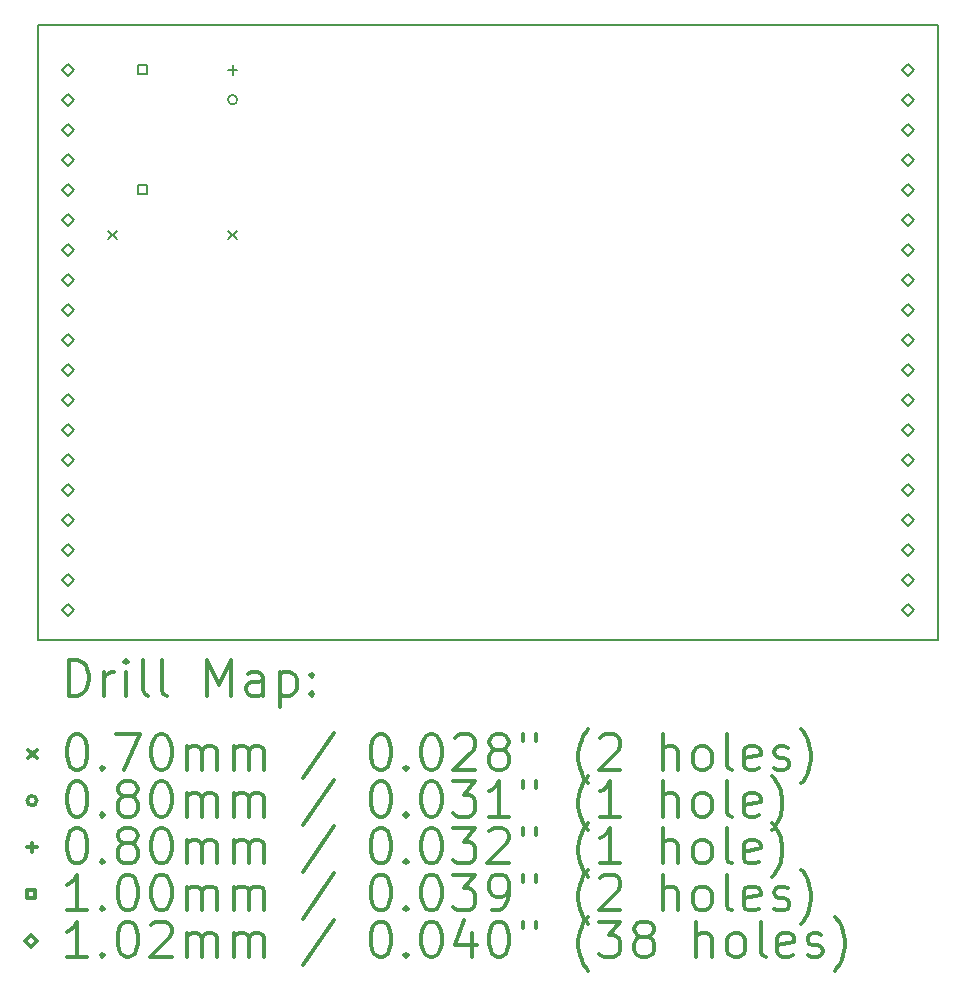
<source format=gbr>
%FSLAX45Y45*%
G04 Gerber Fmt 4.5, Leading zero omitted, Abs format (unit mm)*
G04 Created by KiCad (PCBNEW 4.0.3+e1-6302~38~ubuntu16.04.1-stable) date Thu Aug 25 11:34:15 2016*
%MOMM*%
%LPD*%
G01*
G04 APERTURE LIST*
%ADD10C,0.127000*%
%ADD11C,0.150000*%
%ADD12C,0.200000*%
%ADD13C,0.300000*%
G04 APERTURE END LIST*
D10*
D11*
X20447000Y-15367000D02*
X19177000Y-15367000D01*
X20447000Y-10160000D02*
X20447000Y-15367000D01*
X12827000Y-10160000D02*
X20447000Y-10160000D01*
X19177000Y-15367000D02*
X12827000Y-15367000D01*
X12827000Y-10160000D02*
X12827000Y-15367000D01*
D12*
X13426896Y-11903202D02*
X13497000Y-11973306D01*
X13497000Y-11903202D02*
X13426896Y-11973306D01*
X14442896Y-11903202D02*
X14513000Y-11973306D01*
X14513000Y-11903202D02*
X14442896Y-11973306D01*
X14518000Y-10795000D02*
G75*
G03X14518000Y-10795000I-40000J0D01*
G01*
X14478000Y-10504995D02*
X14478000Y-10585005D01*
X14437995Y-10545000D02*
X14518005Y-10545000D01*
X13751382Y-10576383D02*
X13751382Y-10505618D01*
X13680617Y-10505618D01*
X13680617Y-10576383D01*
X13751382Y-10576383D01*
X13751382Y-11592382D02*
X13751382Y-11521617D01*
X13680617Y-11521617D01*
X13680617Y-11592382D01*
X13751382Y-11592382D01*
X13081000Y-10591800D02*
X13131800Y-10541000D01*
X13081000Y-10490200D01*
X13030200Y-10541000D01*
X13081000Y-10591800D01*
X13081000Y-10845800D02*
X13131800Y-10795000D01*
X13081000Y-10744200D01*
X13030200Y-10795000D01*
X13081000Y-10845800D01*
X13081000Y-11099800D02*
X13131800Y-11049000D01*
X13081000Y-10998200D01*
X13030200Y-11049000D01*
X13081000Y-11099800D01*
X13081000Y-11353800D02*
X13131800Y-11303000D01*
X13081000Y-11252200D01*
X13030200Y-11303000D01*
X13081000Y-11353800D01*
X13081000Y-11607800D02*
X13131800Y-11557000D01*
X13081000Y-11506200D01*
X13030200Y-11557000D01*
X13081000Y-11607800D01*
X13081000Y-11861800D02*
X13131800Y-11811000D01*
X13081000Y-11760200D01*
X13030200Y-11811000D01*
X13081000Y-11861800D01*
X13081000Y-12115800D02*
X13131800Y-12065000D01*
X13081000Y-12014200D01*
X13030200Y-12065000D01*
X13081000Y-12115800D01*
X13081000Y-12369800D02*
X13131800Y-12319000D01*
X13081000Y-12268200D01*
X13030200Y-12319000D01*
X13081000Y-12369800D01*
X13081000Y-12623800D02*
X13131800Y-12573000D01*
X13081000Y-12522200D01*
X13030200Y-12573000D01*
X13081000Y-12623800D01*
X13081000Y-12877800D02*
X13131800Y-12827000D01*
X13081000Y-12776200D01*
X13030200Y-12827000D01*
X13081000Y-12877800D01*
X13081000Y-13131800D02*
X13131800Y-13081000D01*
X13081000Y-13030200D01*
X13030200Y-13081000D01*
X13081000Y-13131800D01*
X13081000Y-13385800D02*
X13131800Y-13335000D01*
X13081000Y-13284200D01*
X13030200Y-13335000D01*
X13081000Y-13385800D01*
X13081000Y-13639800D02*
X13131800Y-13589000D01*
X13081000Y-13538200D01*
X13030200Y-13589000D01*
X13081000Y-13639800D01*
X13081000Y-13893800D02*
X13131800Y-13843000D01*
X13081000Y-13792200D01*
X13030200Y-13843000D01*
X13081000Y-13893800D01*
X13081000Y-14147800D02*
X13131800Y-14097000D01*
X13081000Y-14046200D01*
X13030200Y-14097000D01*
X13081000Y-14147800D01*
X13081000Y-14401800D02*
X13131800Y-14351000D01*
X13081000Y-14300200D01*
X13030200Y-14351000D01*
X13081000Y-14401800D01*
X13081000Y-14655800D02*
X13131800Y-14605000D01*
X13081000Y-14554200D01*
X13030200Y-14605000D01*
X13081000Y-14655800D01*
X13081000Y-14909800D02*
X13131800Y-14859000D01*
X13081000Y-14808200D01*
X13030200Y-14859000D01*
X13081000Y-14909800D01*
X13081000Y-15163800D02*
X13131800Y-15113000D01*
X13081000Y-15062200D01*
X13030200Y-15113000D01*
X13081000Y-15163800D01*
X20193000Y-10591800D02*
X20243800Y-10541000D01*
X20193000Y-10490200D01*
X20142200Y-10541000D01*
X20193000Y-10591800D01*
X20193000Y-10845800D02*
X20243800Y-10795000D01*
X20193000Y-10744200D01*
X20142200Y-10795000D01*
X20193000Y-10845800D01*
X20193000Y-11099800D02*
X20243800Y-11049000D01*
X20193000Y-10998200D01*
X20142200Y-11049000D01*
X20193000Y-11099800D01*
X20193000Y-11353800D02*
X20243800Y-11303000D01*
X20193000Y-11252200D01*
X20142200Y-11303000D01*
X20193000Y-11353800D01*
X20193000Y-11607800D02*
X20243800Y-11557000D01*
X20193000Y-11506200D01*
X20142200Y-11557000D01*
X20193000Y-11607800D01*
X20193000Y-11861800D02*
X20243800Y-11811000D01*
X20193000Y-11760200D01*
X20142200Y-11811000D01*
X20193000Y-11861800D01*
X20193000Y-12115800D02*
X20243800Y-12065000D01*
X20193000Y-12014200D01*
X20142200Y-12065000D01*
X20193000Y-12115800D01*
X20193000Y-12369800D02*
X20243800Y-12319000D01*
X20193000Y-12268200D01*
X20142200Y-12319000D01*
X20193000Y-12369800D01*
X20193000Y-12623800D02*
X20243800Y-12573000D01*
X20193000Y-12522200D01*
X20142200Y-12573000D01*
X20193000Y-12623800D01*
X20193000Y-12877800D02*
X20243800Y-12827000D01*
X20193000Y-12776200D01*
X20142200Y-12827000D01*
X20193000Y-12877800D01*
X20193000Y-13131800D02*
X20243800Y-13081000D01*
X20193000Y-13030200D01*
X20142200Y-13081000D01*
X20193000Y-13131800D01*
X20193000Y-13385800D02*
X20243800Y-13335000D01*
X20193000Y-13284200D01*
X20142200Y-13335000D01*
X20193000Y-13385800D01*
X20193000Y-13639800D02*
X20243800Y-13589000D01*
X20193000Y-13538200D01*
X20142200Y-13589000D01*
X20193000Y-13639800D01*
X20193000Y-13893800D02*
X20243800Y-13843000D01*
X20193000Y-13792200D01*
X20142200Y-13843000D01*
X20193000Y-13893800D01*
X20193000Y-14147800D02*
X20243800Y-14097000D01*
X20193000Y-14046200D01*
X20142200Y-14097000D01*
X20193000Y-14147800D01*
X20193000Y-14401800D02*
X20243800Y-14351000D01*
X20193000Y-14300200D01*
X20142200Y-14351000D01*
X20193000Y-14401800D01*
X20193000Y-14655800D02*
X20243800Y-14605000D01*
X20193000Y-14554200D01*
X20142200Y-14605000D01*
X20193000Y-14655800D01*
X20193000Y-14909800D02*
X20243800Y-14859000D01*
X20193000Y-14808200D01*
X20142200Y-14859000D01*
X20193000Y-14909800D01*
X20193000Y-15163800D02*
X20243800Y-15113000D01*
X20193000Y-15062200D01*
X20142200Y-15113000D01*
X20193000Y-15163800D01*
D13*
X13090928Y-15840214D02*
X13090928Y-15540214D01*
X13162357Y-15540214D01*
X13205214Y-15554500D01*
X13233786Y-15583071D01*
X13248071Y-15611643D01*
X13262357Y-15668786D01*
X13262357Y-15711643D01*
X13248071Y-15768786D01*
X13233786Y-15797357D01*
X13205214Y-15825929D01*
X13162357Y-15840214D01*
X13090928Y-15840214D01*
X13390928Y-15840214D02*
X13390928Y-15640214D01*
X13390928Y-15697357D02*
X13405214Y-15668786D01*
X13419500Y-15654500D01*
X13448071Y-15640214D01*
X13476643Y-15640214D01*
X13576643Y-15840214D02*
X13576643Y-15640214D01*
X13576643Y-15540214D02*
X13562357Y-15554500D01*
X13576643Y-15568786D01*
X13590928Y-15554500D01*
X13576643Y-15540214D01*
X13576643Y-15568786D01*
X13762357Y-15840214D02*
X13733786Y-15825929D01*
X13719500Y-15797357D01*
X13719500Y-15540214D01*
X13919500Y-15840214D02*
X13890928Y-15825929D01*
X13876643Y-15797357D01*
X13876643Y-15540214D01*
X14262357Y-15840214D02*
X14262357Y-15540214D01*
X14362357Y-15754500D01*
X14462357Y-15540214D01*
X14462357Y-15840214D01*
X14733786Y-15840214D02*
X14733786Y-15683071D01*
X14719500Y-15654500D01*
X14690928Y-15640214D01*
X14633786Y-15640214D01*
X14605214Y-15654500D01*
X14733786Y-15825929D02*
X14705214Y-15840214D01*
X14633786Y-15840214D01*
X14605214Y-15825929D01*
X14590928Y-15797357D01*
X14590928Y-15768786D01*
X14605214Y-15740214D01*
X14633786Y-15725929D01*
X14705214Y-15725929D01*
X14733786Y-15711643D01*
X14876643Y-15640214D02*
X14876643Y-15940214D01*
X14876643Y-15654500D02*
X14905214Y-15640214D01*
X14962357Y-15640214D01*
X14990928Y-15654500D01*
X15005214Y-15668786D01*
X15019500Y-15697357D01*
X15019500Y-15783071D01*
X15005214Y-15811643D01*
X14990928Y-15825929D01*
X14962357Y-15840214D01*
X14905214Y-15840214D01*
X14876643Y-15825929D01*
X15148071Y-15811643D02*
X15162357Y-15825929D01*
X15148071Y-15840214D01*
X15133786Y-15825929D01*
X15148071Y-15811643D01*
X15148071Y-15840214D01*
X15148071Y-15654500D02*
X15162357Y-15668786D01*
X15148071Y-15683071D01*
X15133786Y-15668786D01*
X15148071Y-15654500D01*
X15148071Y-15683071D01*
X12749396Y-16299448D02*
X12819500Y-16369552D01*
X12819500Y-16299448D02*
X12749396Y-16369552D01*
X13148071Y-16170214D02*
X13176643Y-16170214D01*
X13205214Y-16184500D01*
X13219500Y-16198786D01*
X13233786Y-16227357D01*
X13248071Y-16284500D01*
X13248071Y-16355929D01*
X13233786Y-16413071D01*
X13219500Y-16441643D01*
X13205214Y-16455929D01*
X13176643Y-16470214D01*
X13148071Y-16470214D01*
X13119500Y-16455929D01*
X13105214Y-16441643D01*
X13090928Y-16413071D01*
X13076643Y-16355929D01*
X13076643Y-16284500D01*
X13090928Y-16227357D01*
X13105214Y-16198786D01*
X13119500Y-16184500D01*
X13148071Y-16170214D01*
X13376643Y-16441643D02*
X13390928Y-16455929D01*
X13376643Y-16470214D01*
X13362357Y-16455929D01*
X13376643Y-16441643D01*
X13376643Y-16470214D01*
X13490928Y-16170214D02*
X13690928Y-16170214D01*
X13562357Y-16470214D01*
X13862357Y-16170214D02*
X13890928Y-16170214D01*
X13919500Y-16184500D01*
X13933786Y-16198786D01*
X13948071Y-16227357D01*
X13962357Y-16284500D01*
X13962357Y-16355929D01*
X13948071Y-16413071D01*
X13933786Y-16441643D01*
X13919500Y-16455929D01*
X13890928Y-16470214D01*
X13862357Y-16470214D01*
X13833786Y-16455929D01*
X13819500Y-16441643D01*
X13805214Y-16413071D01*
X13790928Y-16355929D01*
X13790928Y-16284500D01*
X13805214Y-16227357D01*
X13819500Y-16198786D01*
X13833786Y-16184500D01*
X13862357Y-16170214D01*
X14090928Y-16470214D02*
X14090928Y-16270214D01*
X14090928Y-16298786D02*
X14105214Y-16284500D01*
X14133786Y-16270214D01*
X14176643Y-16270214D01*
X14205214Y-16284500D01*
X14219500Y-16313071D01*
X14219500Y-16470214D01*
X14219500Y-16313071D02*
X14233786Y-16284500D01*
X14262357Y-16270214D01*
X14305214Y-16270214D01*
X14333786Y-16284500D01*
X14348071Y-16313071D01*
X14348071Y-16470214D01*
X14490928Y-16470214D02*
X14490928Y-16270214D01*
X14490928Y-16298786D02*
X14505214Y-16284500D01*
X14533786Y-16270214D01*
X14576643Y-16270214D01*
X14605214Y-16284500D01*
X14619500Y-16313071D01*
X14619500Y-16470214D01*
X14619500Y-16313071D02*
X14633786Y-16284500D01*
X14662357Y-16270214D01*
X14705214Y-16270214D01*
X14733786Y-16284500D01*
X14748071Y-16313071D01*
X14748071Y-16470214D01*
X15333786Y-16155929D02*
X15076643Y-16541643D01*
X15719500Y-16170214D02*
X15748071Y-16170214D01*
X15776643Y-16184500D01*
X15790928Y-16198786D01*
X15805214Y-16227357D01*
X15819500Y-16284500D01*
X15819500Y-16355929D01*
X15805214Y-16413071D01*
X15790928Y-16441643D01*
X15776643Y-16455929D01*
X15748071Y-16470214D01*
X15719500Y-16470214D01*
X15690928Y-16455929D01*
X15676643Y-16441643D01*
X15662357Y-16413071D01*
X15648071Y-16355929D01*
X15648071Y-16284500D01*
X15662357Y-16227357D01*
X15676643Y-16198786D01*
X15690928Y-16184500D01*
X15719500Y-16170214D01*
X15948071Y-16441643D02*
X15962357Y-16455929D01*
X15948071Y-16470214D01*
X15933786Y-16455929D01*
X15948071Y-16441643D01*
X15948071Y-16470214D01*
X16148071Y-16170214D02*
X16176643Y-16170214D01*
X16205214Y-16184500D01*
X16219500Y-16198786D01*
X16233785Y-16227357D01*
X16248071Y-16284500D01*
X16248071Y-16355929D01*
X16233785Y-16413071D01*
X16219500Y-16441643D01*
X16205214Y-16455929D01*
X16176643Y-16470214D01*
X16148071Y-16470214D01*
X16119500Y-16455929D01*
X16105214Y-16441643D01*
X16090928Y-16413071D01*
X16076643Y-16355929D01*
X16076643Y-16284500D01*
X16090928Y-16227357D01*
X16105214Y-16198786D01*
X16119500Y-16184500D01*
X16148071Y-16170214D01*
X16362357Y-16198786D02*
X16376643Y-16184500D01*
X16405214Y-16170214D01*
X16476643Y-16170214D01*
X16505214Y-16184500D01*
X16519500Y-16198786D01*
X16533785Y-16227357D01*
X16533785Y-16255929D01*
X16519500Y-16298786D01*
X16348071Y-16470214D01*
X16533785Y-16470214D01*
X16705214Y-16298786D02*
X16676643Y-16284500D01*
X16662357Y-16270214D01*
X16648071Y-16241643D01*
X16648071Y-16227357D01*
X16662357Y-16198786D01*
X16676643Y-16184500D01*
X16705214Y-16170214D01*
X16762357Y-16170214D01*
X16790928Y-16184500D01*
X16805214Y-16198786D01*
X16819500Y-16227357D01*
X16819500Y-16241643D01*
X16805214Y-16270214D01*
X16790928Y-16284500D01*
X16762357Y-16298786D01*
X16705214Y-16298786D01*
X16676643Y-16313071D01*
X16662357Y-16327357D01*
X16648071Y-16355929D01*
X16648071Y-16413071D01*
X16662357Y-16441643D01*
X16676643Y-16455929D01*
X16705214Y-16470214D01*
X16762357Y-16470214D01*
X16790928Y-16455929D01*
X16805214Y-16441643D01*
X16819500Y-16413071D01*
X16819500Y-16355929D01*
X16805214Y-16327357D01*
X16790928Y-16313071D01*
X16762357Y-16298786D01*
X16933786Y-16170214D02*
X16933786Y-16227357D01*
X17048071Y-16170214D02*
X17048071Y-16227357D01*
X17490928Y-16584500D02*
X17476643Y-16570214D01*
X17448071Y-16527357D01*
X17433786Y-16498786D01*
X17419500Y-16455929D01*
X17405214Y-16384500D01*
X17405214Y-16327357D01*
X17419500Y-16255929D01*
X17433786Y-16213071D01*
X17448071Y-16184500D01*
X17476643Y-16141643D01*
X17490928Y-16127357D01*
X17590928Y-16198786D02*
X17605214Y-16184500D01*
X17633786Y-16170214D01*
X17705214Y-16170214D01*
X17733786Y-16184500D01*
X17748071Y-16198786D01*
X17762357Y-16227357D01*
X17762357Y-16255929D01*
X17748071Y-16298786D01*
X17576643Y-16470214D01*
X17762357Y-16470214D01*
X18119500Y-16470214D02*
X18119500Y-16170214D01*
X18248071Y-16470214D02*
X18248071Y-16313071D01*
X18233786Y-16284500D01*
X18205214Y-16270214D01*
X18162357Y-16270214D01*
X18133786Y-16284500D01*
X18119500Y-16298786D01*
X18433786Y-16470214D02*
X18405214Y-16455929D01*
X18390928Y-16441643D01*
X18376643Y-16413071D01*
X18376643Y-16327357D01*
X18390928Y-16298786D01*
X18405214Y-16284500D01*
X18433786Y-16270214D01*
X18476643Y-16270214D01*
X18505214Y-16284500D01*
X18519500Y-16298786D01*
X18533786Y-16327357D01*
X18533786Y-16413071D01*
X18519500Y-16441643D01*
X18505214Y-16455929D01*
X18476643Y-16470214D01*
X18433786Y-16470214D01*
X18705214Y-16470214D02*
X18676643Y-16455929D01*
X18662357Y-16427357D01*
X18662357Y-16170214D01*
X18933786Y-16455929D02*
X18905214Y-16470214D01*
X18848071Y-16470214D01*
X18819500Y-16455929D01*
X18805214Y-16427357D01*
X18805214Y-16313071D01*
X18819500Y-16284500D01*
X18848071Y-16270214D01*
X18905214Y-16270214D01*
X18933786Y-16284500D01*
X18948071Y-16313071D01*
X18948071Y-16341643D01*
X18805214Y-16370214D01*
X19062357Y-16455929D02*
X19090929Y-16470214D01*
X19148071Y-16470214D01*
X19176643Y-16455929D01*
X19190929Y-16427357D01*
X19190929Y-16413071D01*
X19176643Y-16384500D01*
X19148071Y-16370214D01*
X19105214Y-16370214D01*
X19076643Y-16355929D01*
X19062357Y-16327357D01*
X19062357Y-16313071D01*
X19076643Y-16284500D01*
X19105214Y-16270214D01*
X19148071Y-16270214D01*
X19176643Y-16284500D01*
X19290928Y-16584500D02*
X19305214Y-16570214D01*
X19333786Y-16527357D01*
X19348071Y-16498786D01*
X19362357Y-16455929D01*
X19376643Y-16384500D01*
X19376643Y-16327357D01*
X19362357Y-16255929D01*
X19348071Y-16213071D01*
X19333786Y-16184500D01*
X19305214Y-16141643D01*
X19290928Y-16127357D01*
X12819500Y-16730500D02*
G75*
G03X12819500Y-16730500I-40000J0D01*
G01*
X13148071Y-16566214D02*
X13176643Y-16566214D01*
X13205214Y-16580500D01*
X13219500Y-16594786D01*
X13233786Y-16623357D01*
X13248071Y-16680500D01*
X13248071Y-16751929D01*
X13233786Y-16809072D01*
X13219500Y-16837643D01*
X13205214Y-16851929D01*
X13176643Y-16866214D01*
X13148071Y-16866214D01*
X13119500Y-16851929D01*
X13105214Y-16837643D01*
X13090928Y-16809072D01*
X13076643Y-16751929D01*
X13076643Y-16680500D01*
X13090928Y-16623357D01*
X13105214Y-16594786D01*
X13119500Y-16580500D01*
X13148071Y-16566214D01*
X13376643Y-16837643D02*
X13390928Y-16851929D01*
X13376643Y-16866214D01*
X13362357Y-16851929D01*
X13376643Y-16837643D01*
X13376643Y-16866214D01*
X13562357Y-16694786D02*
X13533786Y-16680500D01*
X13519500Y-16666214D01*
X13505214Y-16637643D01*
X13505214Y-16623357D01*
X13519500Y-16594786D01*
X13533786Y-16580500D01*
X13562357Y-16566214D01*
X13619500Y-16566214D01*
X13648071Y-16580500D01*
X13662357Y-16594786D01*
X13676643Y-16623357D01*
X13676643Y-16637643D01*
X13662357Y-16666214D01*
X13648071Y-16680500D01*
X13619500Y-16694786D01*
X13562357Y-16694786D01*
X13533786Y-16709071D01*
X13519500Y-16723357D01*
X13505214Y-16751929D01*
X13505214Y-16809072D01*
X13519500Y-16837643D01*
X13533786Y-16851929D01*
X13562357Y-16866214D01*
X13619500Y-16866214D01*
X13648071Y-16851929D01*
X13662357Y-16837643D01*
X13676643Y-16809072D01*
X13676643Y-16751929D01*
X13662357Y-16723357D01*
X13648071Y-16709071D01*
X13619500Y-16694786D01*
X13862357Y-16566214D02*
X13890928Y-16566214D01*
X13919500Y-16580500D01*
X13933786Y-16594786D01*
X13948071Y-16623357D01*
X13962357Y-16680500D01*
X13962357Y-16751929D01*
X13948071Y-16809072D01*
X13933786Y-16837643D01*
X13919500Y-16851929D01*
X13890928Y-16866214D01*
X13862357Y-16866214D01*
X13833786Y-16851929D01*
X13819500Y-16837643D01*
X13805214Y-16809072D01*
X13790928Y-16751929D01*
X13790928Y-16680500D01*
X13805214Y-16623357D01*
X13819500Y-16594786D01*
X13833786Y-16580500D01*
X13862357Y-16566214D01*
X14090928Y-16866214D02*
X14090928Y-16666214D01*
X14090928Y-16694786D02*
X14105214Y-16680500D01*
X14133786Y-16666214D01*
X14176643Y-16666214D01*
X14205214Y-16680500D01*
X14219500Y-16709071D01*
X14219500Y-16866214D01*
X14219500Y-16709071D02*
X14233786Y-16680500D01*
X14262357Y-16666214D01*
X14305214Y-16666214D01*
X14333786Y-16680500D01*
X14348071Y-16709071D01*
X14348071Y-16866214D01*
X14490928Y-16866214D02*
X14490928Y-16666214D01*
X14490928Y-16694786D02*
X14505214Y-16680500D01*
X14533786Y-16666214D01*
X14576643Y-16666214D01*
X14605214Y-16680500D01*
X14619500Y-16709071D01*
X14619500Y-16866214D01*
X14619500Y-16709071D02*
X14633786Y-16680500D01*
X14662357Y-16666214D01*
X14705214Y-16666214D01*
X14733786Y-16680500D01*
X14748071Y-16709071D01*
X14748071Y-16866214D01*
X15333786Y-16551929D02*
X15076643Y-16937643D01*
X15719500Y-16566214D02*
X15748071Y-16566214D01*
X15776643Y-16580500D01*
X15790928Y-16594786D01*
X15805214Y-16623357D01*
X15819500Y-16680500D01*
X15819500Y-16751929D01*
X15805214Y-16809072D01*
X15790928Y-16837643D01*
X15776643Y-16851929D01*
X15748071Y-16866214D01*
X15719500Y-16866214D01*
X15690928Y-16851929D01*
X15676643Y-16837643D01*
X15662357Y-16809072D01*
X15648071Y-16751929D01*
X15648071Y-16680500D01*
X15662357Y-16623357D01*
X15676643Y-16594786D01*
X15690928Y-16580500D01*
X15719500Y-16566214D01*
X15948071Y-16837643D02*
X15962357Y-16851929D01*
X15948071Y-16866214D01*
X15933786Y-16851929D01*
X15948071Y-16837643D01*
X15948071Y-16866214D01*
X16148071Y-16566214D02*
X16176643Y-16566214D01*
X16205214Y-16580500D01*
X16219500Y-16594786D01*
X16233785Y-16623357D01*
X16248071Y-16680500D01*
X16248071Y-16751929D01*
X16233785Y-16809072D01*
X16219500Y-16837643D01*
X16205214Y-16851929D01*
X16176643Y-16866214D01*
X16148071Y-16866214D01*
X16119500Y-16851929D01*
X16105214Y-16837643D01*
X16090928Y-16809072D01*
X16076643Y-16751929D01*
X16076643Y-16680500D01*
X16090928Y-16623357D01*
X16105214Y-16594786D01*
X16119500Y-16580500D01*
X16148071Y-16566214D01*
X16348071Y-16566214D02*
X16533785Y-16566214D01*
X16433785Y-16680500D01*
X16476643Y-16680500D01*
X16505214Y-16694786D01*
X16519500Y-16709071D01*
X16533785Y-16737643D01*
X16533785Y-16809072D01*
X16519500Y-16837643D01*
X16505214Y-16851929D01*
X16476643Y-16866214D01*
X16390928Y-16866214D01*
X16362357Y-16851929D01*
X16348071Y-16837643D01*
X16819500Y-16866214D02*
X16648071Y-16866214D01*
X16733785Y-16866214D02*
X16733785Y-16566214D01*
X16705214Y-16609071D01*
X16676643Y-16637643D01*
X16648071Y-16651929D01*
X16933786Y-16566214D02*
X16933786Y-16623357D01*
X17048071Y-16566214D02*
X17048071Y-16623357D01*
X17490928Y-16980500D02*
X17476643Y-16966214D01*
X17448071Y-16923357D01*
X17433786Y-16894786D01*
X17419500Y-16851929D01*
X17405214Y-16780500D01*
X17405214Y-16723357D01*
X17419500Y-16651929D01*
X17433786Y-16609071D01*
X17448071Y-16580500D01*
X17476643Y-16537643D01*
X17490928Y-16523357D01*
X17762357Y-16866214D02*
X17590928Y-16866214D01*
X17676643Y-16866214D02*
X17676643Y-16566214D01*
X17648071Y-16609071D01*
X17619500Y-16637643D01*
X17590928Y-16651929D01*
X18119500Y-16866214D02*
X18119500Y-16566214D01*
X18248071Y-16866214D02*
X18248071Y-16709071D01*
X18233786Y-16680500D01*
X18205214Y-16666214D01*
X18162357Y-16666214D01*
X18133786Y-16680500D01*
X18119500Y-16694786D01*
X18433786Y-16866214D02*
X18405214Y-16851929D01*
X18390928Y-16837643D01*
X18376643Y-16809072D01*
X18376643Y-16723357D01*
X18390928Y-16694786D01*
X18405214Y-16680500D01*
X18433786Y-16666214D01*
X18476643Y-16666214D01*
X18505214Y-16680500D01*
X18519500Y-16694786D01*
X18533786Y-16723357D01*
X18533786Y-16809072D01*
X18519500Y-16837643D01*
X18505214Y-16851929D01*
X18476643Y-16866214D01*
X18433786Y-16866214D01*
X18705214Y-16866214D02*
X18676643Y-16851929D01*
X18662357Y-16823357D01*
X18662357Y-16566214D01*
X18933786Y-16851929D02*
X18905214Y-16866214D01*
X18848071Y-16866214D01*
X18819500Y-16851929D01*
X18805214Y-16823357D01*
X18805214Y-16709071D01*
X18819500Y-16680500D01*
X18848071Y-16666214D01*
X18905214Y-16666214D01*
X18933786Y-16680500D01*
X18948071Y-16709071D01*
X18948071Y-16737643D01*
X18805214Y-16766214D01*
X19048071Y-16980500D02*
X19062357Y-16966214D01*
X19090929Y-16923357D01*
X19105214Y-16894786D01*
X19119500Y-16851929D01*
X19133786Y-16780500D01*
X19133786Y-16723357D01*
X19119500Y-16651929D01*
X19105214Y-16609071D01*
X19090929Y-16580500D01*
X19062357Y-16537643D01*
X19048071Y-16523357D01*
X12779495Y-17086495D02*
X12779495Y-17166505D01*
X12739490Y-17126500D02*
X12819500Y-17126500D01*
X13148071Y-16962214D02*
X13176643Y-16962214D01*
X13205214Y-16976500D01*
X13219500Y-16990786D01*
X13233786Y-17019357D01*
X13248071Y-17076500D01*
X13248071Y-17147929D01*
X13233786Y-17205072D01*
X13219500Y-17233643D01*
X13205214Y-17247929D01*
X13176643Y-17262214D01*
X13148071Y-17262214D01*
X13119500Y-17247929D01*
X13105214Y-17233643D01*
X13090928Y-17205072D01*
X13076643Y-17147929D01*
X13076643Y-17076500D01*
X13090928Y-17019357D01*
X13105214Y-16990786D01*
X13119500Y-16976500D01*
X13148071Y-16962214D01*
X13376643Y-17233643D02*
X13390928Y-17247929D01*
X13376643Y-17262214D01*
X13362357Y-17247929D01*
X13376643Y-17233643D01*
X13376643Y-17262214D01*
X13562357Y-17090786D02*
X13533786Y-17076500D01*
X13519500Y-17062214D01*
X13505214Y-17033643D01*
X13505214Y-17019357D01*
X13519500Y-16990786D01*
X13533786Y-16976500D01*
X13562357Y-16962214D01*
X13619500Y-16962214D01*
X13648071Y-16976500D01*
X13662357Y-16990786D01*
X13676643Y-17019357D01*
X13676643Y-17033643D01*
X13662357Y-17062214D01*
X13648071Y-17076500D01*
X13619500Y-17090786D01*
X13562357Y-17090786D01*
X13533786Y-17105072D01*
X13519500Y-17119357D01*
X13505214Y-17147929D01*
X13505214Y-17205072D01*
X13519500Y-17233643D01*
X13533786Y-17247929D01*
X13562357Y-17262214D01*
X13619500Y-17262214D01*
X13648071Y-17247929D01*
X13662357Y-17233643D01*
X13676643Y-17205072D01*
X13676643Y-17147929D01*
X13662357Y-17119357D01*
X13648071Y-17105072D01*
X13619500Y-17090786D01*
X13862357Y-16962214D02*
X13890928Y-16962214D01*
X13919500Y-16976500D01*
X13933786Y-16990786D01*
X13948071Y-17019357D01*
X13962357Y-17076500D01*
X13962357Y-17147929D01*
X13948071Y-17205072D01*
X13933786Y-17233643D01*
X13919500Y-17247929D01*
X13890928Y-17262214D01*
X13862357Y-17262214D01*
X13833786Y-17247929D01*
X13819500Y-17233643D01*
X13805214Y-17205072D01*
X13790928Y-17147929D01*
X13790928Y-17076500D01*
X13805214Y-17019357D01*
X13819500Y-16990786D01*
X13833786Y-16976500D01*
X13862357Y-16962214D01*
X14090928Y-17262214D02*
X14090928Y-17062214D01*
X14090928Y-17090786D02*
X14105214Y-17076500D01*
X14133786Y-17062214D01*
X14176643Y-17062214D01*
X14205214Y-17076500D01*
X14219500Y-17105072D01*
X14219500Y-17262214D01*
X14219500Y-17105072D02*
X14233786Y-17076500D01*
X14262357Y-17062214D01*
X14305214Y-17062214D01*
X14333786Y-17076500D01*
X14348071Y-17105072D01*
X14348071Y-17262214D01*
X14490928Y-17262214D02*
X14490928Y-17062214D01*
X14490928Y-17090786D02*
X14505214Y-17076500D01*
X14533786Y-17062214D01*
X14576643Y-17062214D01*
X14605214Y-17076500D01*
X14619500Y-17105072D01*
X14619500Y-17262214D01*
X14619500Y-17105072D02*
X14633786Y-17076500D01*
X14662357Y-17062214D01*
X14705214Y-17062214D01*
X14733786Y-17076500D01*
X14748071Y-17105072D01*
X14748071Y-17262214D01*
X15333786Y-16947929D02*
X15076643Y-17333643D01*
X15719500Y-16962214D02*
X15748071Y-16962214D01*
X15776643Y-16976500D01*
X15790928Y-16990786D01*
X15805214Y-17019357D01*
X15819500Y-17076500D01*
X15819500Y-17147929D01*
X15805214Y-17205072D01*
X15790928Y-17233643D01*
X15776643Y-17247929D01*
X15748071Y-17262214D01*
X15719500Y-17262214D01*
X15690928Y-17247929D01*
X15676643Y-17233643D01*
X15662357Y-17205072D01*
X15648071Y-17147929D01*
X15648071Y-17076500D01*
X15662357Y-17019357D01*
X15676643Y-16990786D01*
X15690928Y-16976500D01*
X15719500Y-16962214D01*
X15948071Y-17233643D02*
X15962357Y-17247929D01*
X15948071Y-17262214D01*
X15933786Y-17247929D01*
X15948071Y-17233643D01*
X15948071Y-17262214D01*
X16148071Y-16962214D02*
X16176643Y-16962214D01*
X16205214Y-16976500D01*
X16219500Y-16990786D01*
X16233785Y-17019357D01*
X16248071Y-17076500D01*
X16248071Y-17147929D01*
X16233785Y-17205072D01*
X16219500Y-17233643D01*
X16205214Y-17247929D01*
X16176643Y-17262214D01*
X16148071Y-17262214D01*
X16119500Y-17247929D01*
X16105214Y-17233643D01*
X16090928Y-17205072D01*
X16076643Y-17147929D01*
X16076643Y-17076500D01*
X16090928Y-17019357D01*
X16105214Y-16990786D01*
X16119500Y-16976500D01*
X16148071Y-16962214D01*
X16348071Y-16962214D02*
X16533785Y-16962214D01*
X16433785Y-17076500D01*
X16476643Y-17076500D01*
X16505214Y-17090786D01*
X16519500Y-17105072D01*
X16533785Y-17133643D01*
X16533785Y-17205072D01*
X16519500Y-17233643D01*
X16505214Y-17247929D01*
X16476643Y-17262214D01*
X16390928Y-17262214D01*
X16362357Y-17247929D01*
X16348071Y-17233643D01*
X16648071Y-16990786D02*
X16662357Y-16976500D01*
X16690928Y-16962214D01*
X16762357Y-16962214D01*
X16790928Y-16976500D01*
X16805214Y-16990786D01*
X16819500Y-17019357D01*
X16819500Y-17047929D01*
X16805214Y-17090786D01*
X16633785Y-17262214D01*
X16819500Y-17262214D01*
X16933786Y-16962214D02*
X16933786Y-17019357D01*
X17048071Y-16962214D02*
X17048071Y-17019357D01*
X17490928Y-17376500D02*
X17476643Y-17362214D01*
X17448071Y-17319357D01*
X17433786Y-17290786D01*
X17419500Y-17247929D01*
X17405214Y-17176500D01*
X17405214Y-17119357D01*
X17419500Y-17047929D01*
X17433786Y-17005072D01*
X17448071Y-16976500D01*
X17476643Y-16933643D01*
X17490928Y-16919357D01*
X17762357Y-17262214D02*
X17590928Y-17262214D01*
X17676643Y-17262214D02*
X17676643Y-16962214D01*
X17648071Y-17005072D01*
X17619500Y-17033643D01*
X17590928Y-17047929D01*
X18119500Y-17262214D02*
X18119500Y-16962214D01*
X18248071Y-17262214D02*
X18248071Y-17105072D01*
X18233786Y-17076500D01*
X18205214Y-17062214D01*
X18162357Y-17062214D01*
X18133786Y-17076500D01*
X18119500Y-17090786D01*
X18433786Y-17262214D02*
X18405214Y-17247929D01*
X18390928Y-17233643D01*
X18376643Y-17205072D01*
X18376643Y-17119357D01*
X18390928Y-17090786D01*
X18405214Y-17076500D01*
X18433786Y-17062214D01*
X18476643Y-17062214D01*
X18505214Y-17076500D01*
X18519500Y-17090786D01*
X18533786Y-17119357D01*
X18533786Y-17205072D01*
X18519500Y-17233643D01*
X18505214Y-17247929D01*
X18476643Y-17262214D01*
X18433786Y-17262214D01*
X18705214Y-17262214D02*
X18676643Y-17247929D01*
X18662357Y-17219357D01*
X18662357Y-16962214D01*
X18933786Y-17247929D02*
X18905214Y-17262214D01*
X18848071Y-17262214D01*
X18819500Y-17247929D01*
X18805214Y-17219357D01*
X18805214Y-17105072D01*
X18819500Y-17076500D01*
X18848071Y-17062214D01*
X18905214Y-17062214D01*
X18933786Y-17076500D01*
X18948071Y-17105072D01*
X18948071Y-17133643D01*
X18805214Y-17162214D01*
X19048071Y-17376500D02*
X19062357Y-17362214D01*
X19090929Y-17319357D01*
X19105214Y-17290786D01*
X19119500Y-17247929D01*
X19133786Y-17176500D01*
X19133786Y-17119357D01*
X19119500Y-17047929D01*
X19105214Y-17005072D01*
X19090929Y-16976500D01*
X19062357Y-16933643D01*
X19048071Y-16919357D01*
X12804844Y-17557883D02*
X12804844Y-17487118D01*
X12734079Y-17487118D01*
X12734079Y-17557883D01*
X12804844Y-17557883D01*
X13248071Y-17658214D02*
X13076643Y-17658214D01*
X13162357Y-17658214D02*
X13162357Y-17358214D01*
X13133786Y-17401072D01*
X13105214Y-17429643D01*
X13076643Y-17443929D01*
X13376643Y-17629643D02*
X13390928Y-17643929D01*
X13376643Y-17658214D01*
X13362357Y-17643929D01*
X13376643Y-17629643D01*
X13376643Y-17658214D01*
X13576643Y-17358214D02*
X13605214Y-17358214D01*
X13633786Y-17372500D01*
X13648071Y-17386786D01*
X13662357Y-17415357D01*
X13676643Y-17472500D01*
X13676643Y-17543929D01*
X13662357Y-17601072D01*
X13648071Y-17629643D01*
X13633786Y-17643929D01*
X13605214Y-17658214D01*
X13576643Y-17658214D01*
X13548071Y-17643929D01*
X13533786Y-17629643D01*
X13519500Y-17601072D01*
X13505214Y-17543929D01*
X13505214Y-17472500D01*
X13519500Y-17415357D01*
X13533786Y-17386786D01*
X13548071Y-17372500D01*
X13576643Y-17358214D01*
X13862357Y-17358214D02*
X13890928Y-17358214D01*
X13919500Y-17372500D01*
X13933786Y-17386786D01*
X13948071Y-17415357D01*
X13962357Y-17472500D01*
X13962357Y-17543929D01*
X13948071Y-17601072D01*
X13933786Y-17629643D01*
X13919500Y-17643929D01*
X13890928Y-17658214D01*
X13862357Y-17658214D01*
X13833786Y-17643929D01*
X13819500Y-17629643D01*
X13805214Y-17601072D01*
X13790928Y-17543929D01*
X13790928Y-17472500D01*
X13805214Y-17415357D01*
X13819500Y-17386786D01*
X13833786Y-17372500D01*
X13862357Y-17358214D01*
X14090928Y-17658214D02*
X14090928Y-17458214D01*
X14090928Y-17486786D02*
X14105214Y-17472500D01*
X14133786Y-17458214D01*
X14176643Y-17458214D01*
X14205214Y-17472500D01*
X14219500Y-17501072D01*
X14219500Y-17658214D01*
X14219500Y-17501072D02*
X14233786Y-17472500D01*
X14262357Y-17458214D01*
X14305214Y-17458214D01*
X14333786Y-17472500D01*
X14348071Y-17501072D01*
X14348071Y-17658214D01*
X14490928Y-17658214D02*
X14490928Y-17458214D01*
X14490928Y-17486786D02*
X14505214Y-17472500D01*
X14533786Y-17458214D01*
X14576643Y-17458214D01*
X14605214Y-17472500D01*
X14619500Y-17501072D01*
X14619500Y-17658214D01*
X14619500Y-17501072D02*
X14633786Y-17472500D01*
X14662357Y-17458214D01*
X14705214Y-17458214D01*
X14733786Y-17472500D01*
X14748071Y-17501072D01*
X14748071Y-17658214D01*
X15333786Y-17343929D02*
X15076643Y-17729643D01*
X15719500Y-17358214D02*
X15748071Y-17358214D01*
X15776643Y-17372500D01*
X15790928Y-17386786D01*
X15805214Y-17415357D01*
X15819500Y-17472500D01*
X15819500Y-17543929D01*
X15805214Y-17601072D01*
X15790928Y-17629643D01*
X15776643Y-17643929D01*
X15748071Y-17658214D01*
X15719500Y-17658214D01*
X15690928Y-17643929D01*
X15676643Y-17629643D01*
X15662357Y-17601072D01*
X15648071Y-17543929D01*
X15648071Y-17472500D01*
X15662357Y-17415357D01*
X15676643Y-17386786D01*
X15690928Y-17372500D01*
X15719500Y-17358214D01*
X15948071Y-17629643D02*
X15962357Y-17643929D01*
X15948071Y-17658214D01*
X15933786Y-17643929D01*
X15948071Y-17629643D01*
X15948071Y-17658214D01*
X16148071Y-17358214D02*
X16176643Y-17358214D01*
X16205214Y-17372500D01*
X16219500Y-17386786D01*
X16233785Y-17415357D01*
X16248071Y-17472500D01*
X16248071Y-17543929D01*
X16233785Y-17601072D01*
X16219500Y-17629643D01*
X16205214Y-17643929D01*
X16176643Y-17658214D01*
X16148071Y-17658214D01*
X16119500Y-17643929D01*
X16105214Y-17629643D01*
X16090928Y-17601072D01*
X16076643Y-17543929D01*
X16076643Y-17472500D01*
X16090928Y-17415357D01*
X16105214Y-17386786D01*
X16119500Y-17372500D01*
X16148071Y-17358214D01*
X16348071Y-17358214D02*
X16533785Y-17358214D01*
X16433785Y-17472500D01*
X16476643Y-17472500D01*
X16505214Y-17486786D01*
X16519500Y-17501072D01*
X16533785Y-17529643D01*
X16533785Y-17601072D01*
X16519500Y-17629643D01*
X16505214Y-17643929D01*
X16476643Y-17658214D01*
X16390928Y-17658214D01*
X16362357Y-17643929D01*
X16348071Y-17629643D01*
X16676643Y-17658214D02*
X16733785Y-17658214D01*
X16762357Y-17643929D01*
X16776643Y-17629643D01*
X16805214Y-17586786D01*
X16819500Y-17529643D01*
X16819500Y-17415357D01*
X16805214Y-17386786D01*
X16790928Y-17372500D01*
X16762357Y-17358214D01*
X16705214Y-17358214D01*
X16676643Y-17372500D01*
X16662357Y-17386786D01*
X16648071Y-17415357D01*
X16648071Y-17486786D01*
X16662357Y-17515357D01*
X16676643Y-17529643D01*
X16705214Y-17543929D01*
X16762357Y-17543929D01*
X16790928Y-17529643D01*
X16805214Y-17515357D01*
X16819500Y-17486786D01*
X16933786Y-17358214D02*
X16933786Y-17415357D01*
X17048071Y-17358214D02*
X17048071Y-17415357D01*
X17490928Y-17772500D02*
X17476643Y-17758214D01*
X17448071Y-17715357D01*
X17433786Y-17686786D01*
X17419500Y-17643929D01*
X17405214Y-17572500D01*
X17405214Y-17515357D01*
X17419500Y-17443929D01*
X17433786Y-17401072D01*
X17448071Y-17372500D01*
X17476643Y-17329643D01*
X17490928Y-17315357D01*
X17590928Y-17386786D02*
X17605214Y-17372500D01*
X17633786Y-17358214D01*
X17705214Y-17358214D01*
X17733786Y-17372500D01*
X17748071Y-17386786D01*
X17762357Y-17415357D01*
X17762357Y-17443929D01*
X17748071Y-17486786D01*
X17576643Y-17658214D01*
X17762357Y-17658214D01*
X18119500Y-17658214D02*
X18119500Y-17358214D01*
X18248071Y-17658214D02*
X18248071Y-17501072D01*
X18233786Y-17472500D01*
X18205214Y-17458214D01*
X18162357Y-17458214D01*
X18133786Y-17472500D01*
X18119500Y-17486786D01*
X18433786Y-17658214D02*
X18405214Y-17643929D01*
X18390928Y-17629643D01*
X18376643Y-17601072D01*
X18376643Y-17515357D01*
X18390928Y-17486786D01*
X18405214Y-17472500D01*
X18433786Y-17458214D01*
X18476643Y-17458214D01*
X18505214Y-17472500D01*
X18519500Y-17486786D01*
X18533786Y-17515357D01*
X18533786Y-17601072D01*
X18519500Y-17629643D01*
X18505214Y-17643929D01*
X18476643Y-17658214D01*
X18433786Y-17658214D01*
X18705214Y-17658214D02*
X18676643Y-17643929D01*
X18662357Y-17615357D01*
X18662357Y-17358214D01*
X18933786Y-17643929D02*
X18905214Y-17658214D01*
X18848071Y-17658214D01*
X18819500Y-17643929D01*
X18805214Y-17615357D01*
X18805214Y-17501072D01*
X18819500Y-17472500D01*
X18848071Y-17458214D01*
X18905214Y-17458214D01*
X18933786Y-17472500D01*
X18948071Y-17501072D01*
X18948071Y-17529643D01*
X18805214Y-17558214D01*
X19062357Y-17643929D02*
X19090929Y-17658214D01*
X19148071Y-17658214D01*
X19176643Y-17643929D01*
X19190929Y-17615357D01*
X19190929Y-17601072D01*
X19176643Y-17572500D01*
X19148071Y-17558214D01*
X19105214Y-17558214D01*
X19076643Y-17543929D01*
X19062357Y-17515357D01*
X19062357Y-17501072D01*
X19076643Y-17472500D01*
X19105214Y-17458214D01*
X19148071Y-17458214D01*
X19176643Y-17472500D01*
X19290928Y-17772500D02*
X19305214Y-17758214D01*
X19333786Y-17715357D01*
X19348071Y-17686786D01*
X19362357Y-17643929D01*
X19376643Y-17572500D01*
X19376643Y-17515357D01*
X19362357Y-17443929D01*
X19348071Y-17401072D01*
X19333786Y-17372500D01*
X19305214Y-17329643D01*
X19290928Y-17315357D01*
X12768700Y-17969300D02*
X12819500Y-17918500D01*
X12768700Y-17867700D01*
X12717900Y-17918500D01*
X12768700Y-17969300D01*
X13248071Y-18054214D02*
X13076643Y-18054214D01*
X13162357Y-18054214D02*
X13162357Y-17754214D01*
X13133786Y-17797072D01*
X13105214Y-17825643D01*
X13076643Y-17839929D01*
X13376643Y-18025643D02*
X13390928Y-18039929D01*
X13376643Y-18054214D01*
X13362357Y-18039929D01*
X13376643Y-18025643D01*
X13376643Y-18054214D01*
X13576643Y-17754214D02*
X13605214Y-17754214D01*
X13633786Y-17768500D01*
X13648071Y-17782786D01*
X13662357Y-17811357D01*
X13676643Y-17868500D01*
X13676643Y-17939929D01*
X13662357Y-17997072D01*
X13648071Y-18025643D01*
X13633786Y-18039929D01*
X13605214Y-18054214D01*
X13576643Y-18054214D01*
X13548071Y-18039929D01*
X13533786Y-18025643D01*
X13519500Y-17997072D01*
X13505214Y-17939929D01*
X13505214Y-17868500D01*
X13519500Y-17811357D01*
X13533786Y-17782786D01*
X13548071Y-17768500D01*
X13576643Y-17754214D01*
X13790928Y-17782786D02*
X13805214Y-17768500D01*
X13833786Y-17754214D01*
X13905214Y-17754214D01*
X13933786Y-17768500D01*
X13948071Y-17782786D01*
X13962357Y-17811357D01*
X13962357Y-17839929D01*
X13948071Y-17882786D01*
X13776643Y-18054214D01*
X13962357Y-18054214D01*
X14090928Y-18054214D02*
X14090928Y-17854214D01*
X14090928Y-17882786D02*
X14105214Y-17868500D01*
X14133786Y-17854214D01*
X14176643Y-17854214D01*
X14205214Y-17868500D01*
X14219500Y-17897072D01*
X14219500Y-18054214D01*
X14219500Y-17897072D02*
X14233786Y-17868500D01*
X14262357Y-17854214D01*
X14305214Y-17854214D01*
X14333786Y-17868500D01*
X14348071Y-17897072D01*
X14348071Y-18054214D01*
X14490928Y-18054214D02*
X14490928Y-17854214D01*
X14490928Y-17882786D02*
X14505214Y-17868500D01*
X14533786Y-17854214D01*
X14576643Y-17854214D01*
X14605214Y-17868500D01*
X14619500Y-17897072D01*
X14619500Y-18054214D01*
X14619500Y-17897072D02*
X14633786Y-17868500D01*
X14662357Y-17854214D01*
X14705214Y-17854214D01*
X14733786Y-17868500D01*
X14748071Y-17897072D01*
X14748071Y-18054214D01*
X15333786Y-17739929D02*
X15076643Y-18125643D01*
X15719500Y-17754214D02*
X15748071Y-17754214D01*
X15776643Y-17768500D01*
X15790928Y-17782786D01*
X15805214Y-17811357D01*
X15819500Y-17868500D01*
X15819500Y-17939929D01*
X15805214Y-17997072D01*
X15790928Y-18025643D01*
X15776643Y-18039929D01*
X15748071Y-18054214D01*
X15719500Y-18054214D01*
X15690928Y-18039929D01*
X15676643Y-18025643D01*
X15662357Y-17997072D01*
X15648071Y-17939929D01*
X15648071Y-17868500D01*
X15662357Y-17811357D01*
X15676643Y-17782786D01*
X15690928Y-17768500D01*
X15719500Y-17754214D01*
X15948071Y-18025643D02*
X15962357Y-18039929D01*
X15948071Y-18054214D01*
X15933786Y-18039929D01*
X15948071Y-18025643D01*
X15948071Y-18054214D01*
X16148071Y-17754214D02*
X16176643Y-17754214D01*
X16205214Y-17768500D01*
X16219500Y-17782786D01*
X16233785Y-17811357D01*
X16248071Y-17868500D01*
X16248071Y-17939929D01*
X16233785Y-17997072D01*
X16219500Y-18025643D01*
X16205214Y-18039929D01*
X16176643Y-18054214D01*
X16148071Y-18054214D01*
X16119500Y-18039929D01*
X16105214Y-18025643D01*
X16090928Y-17997072D01*
X16076643Y-17939929D01*
X16076643Y-17868500D01*
X16090928Y-17811357D01*
X16105214Y-17782786D01*
X16119500Y-17768500D01*
X16148071Y-17754214D01*
X16505214Y-17854214D02*
X16505214Y-18054214D01*
X16433785Y-17739929D02*
X16362357Y-17954214D01*
X16548071Y-17954214D01*
X16719500Y-17754214D02*
X16748071Y-17754214D01*
X16776643Y-17768500D01*
X16790928Y-17782786D01*
X16805214Y-17811357D01*
X16819500Y-17868500D01*
X16819500Y-17939929D01*
X16805214Y-17997072D01*
X16790928Y-18025643D01*
X16776643Y-18039929D01*
X16748071Y-18054214D01*
X16719500Y-18054214D01*
X16690928Y-18039929D01*
X16676643Y-18025643D01*
X16662357Y-17997072D01*
X16648071Y-17939929D01*
X16648071Y-17868500D01*
X16662357Y-17811357D01*
X16676643Y-17782786D01*
X16690928Y-17768500D01*
X16719500Y-17754214D01*
X16933786Y-17754214D02*
X16933786Y-17811357D01*
X17048071Y-17754214D02*
X17048071Y-17811357D01*
X17490928Y-18168500D02*
X17476643Y-18154214D01*
X17448071Y-18111357D01*
X17433786Y-18082786D01*
X17419500Y-18039929D01*
X17405214Y-17968500D01*
X17405214Y-17911357D01*
X17419500Y-17839929D01*
X17433786Y-17797072D01*
X17448071Y-17768500D01*
X17476643Y-17725643D01*
X17490928Y-17711357D01*
X17576643Y-17754214D02*
X17762357Y-17754214D01*
X17662357Y-17868500D01*
X17705214Y-17868500D01*
X17733786Y-17882786D01*
X17748071Y-17897072D01*
X17762357Y-17925643D01*
X17762357Y-17997072D01*
X17748071Y-18025643D01*
X17733786Y-18039929D01*
X17705214Y-18054214D01*
X17619500Y-18054214D01*
X17590928Y-18039929D01*
X17576643Y-18025643D01*
X17933786Y-17882786D02*
X17905214Y-17868500D01*
X17890928Y-17854214D01*
X17876643Y-17825643D01*
X17876643Y-17811357D01*
X17890928Y-17782786D01*
X17905214Y-17768500D01*
X17933786Y-17754214D01*
X17990928Y-17754214D01*
X18019500Y-17768500D01*
X18033786Y-17782786D01*
X18048071Y-17811357D01*
X18048071Y-17825643D01*
X18033786Y-17854214D01*
X18019500Y-17868500D01*
X17990928Y-17882786D01*
X17933786Y-17882786D01*
X17905214Y-17897072D01*
X17890928Y-17911357D01*
X17876643Y-17939929D01*
X17876643Y-17997072D01*
X17890928Y-18025643D01*
X17905214Y-18039929D01*
X17933786Y-18054214D01*
X17990928Y-18054214D01*
X18019500Y-18039929D01*
X18033786Y-18025643D01*
X18048071Y-17997072D01*
X18048071Y-17939929D01*
X18033786Y-17911357D01*
X18019500Y-17897072D01*
X17990928Y-17882786D01*
X18405214Y-18054214D02*
X18405214Y-17754214D01*
X18533786Y-18054214D02*
X18533786Y-17897072D01*
X18519500Y-17868500D01*
X18490928Y-17854214D01*
X18448071Y-17854214D01*
X18419500Y-17868500D01*
X18405214Y-17882786D01*
X18719500Y-18054214D02*
X18690928Y-18039929D01*
X18676643Y-18025643D01*
X18662357Y-17997072D01*
X18662357Y-17911357D01*
X18676643Y-17882786D01*
X18690928Y-17868500D01*
X18719500Y-17854214D01*
X18762357Y-17854214D01*
X18790928Y-17868500D01*
X18805214Y-17882786D01*
X18819500Y-17911357D01*
X18819500Y-17997072D01*
X18805214Y-18025643D01*
X18790928Y-18039929D01*
X18762357Y-18054214D01*
X18719500Y-18054214D01*
X18990928Y-18054214D02*
X18962357Y-18039929D01*
X18948071Y-18011357D01*
X18948071Y-17754214D01*
X19219500Y-18039929D02*
X19190929Y-18054214D01*
X19133786Y-18054214D01*
X19105214Y-18039929D01*
X19090929Y-18011357D01*
X19090929Y-17897072D01*
X19105214Y-17868500D01*
X19133786Y-17854214D01*
X19190929Y-17854214D01*
X19219500Y-17868500D01*
X19233786Y-17897072D01*
X19233786Y-17925643D01*
X19090929Y-17954214D01*
X19348071Y-18039929D02*
X19376643Y-18054214D01*
X19433786Y-18054214D01*
X19462357Y-18039929D01*
X19476643Y-18011357D01*
X19476643Y-17997072D01*
X19462357Y-17968500D01*
X19433786Y-17954214D01*
X19390929Y-17954214D01*
X19362357Y-17939929D01*
X19348071Y-17911357D01*
X19348071Y-17897072D01*
X19362357Y-17868500D01*
X19390929Y-17854214D01*
X19433786Y-17854214D01*
X19462357Y-17868500D01*
X19576643Y-18168500D02*
X19590929Y-18154214D01*
X19619500Y-18111357D01*
X19633786Y-18082786D01*
X19648071Y-18039929D01*
X19662357Y-17968500D01*
X19662357Y-17911357D01*
X19648071Y-17839929D01*
X19633786Y-17797072D01*
X19619500Y-17768500D01*
X19590929Y-17725643D01*
X19576643Y-17711357D01*
M02*

</source>
